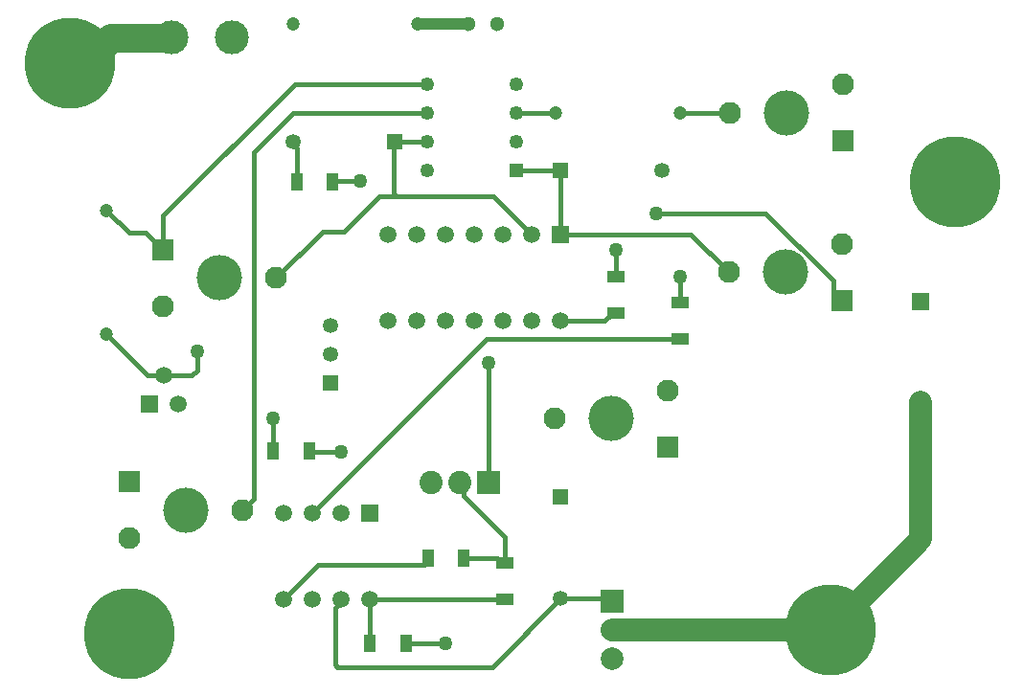
<source format=gbr>
%TF.GenerationSoftware,Altium Limited,Altium Designer,25.1.2 (22)*%
G04 Layer_Physical_Order=1*
G04 Layer_Color=255*
%FSLAX25Y25*%
%MOIN*%
%TF.SameCoordinates,C6B27E67-7A8A-4C38-9DB9-D7D7B609FA95*%
%TF.FilePolarity,Positive*%
%TF.FileFunction,Copper,L1,Top,Signal*%
%TF.Part,Single*%
G01*
G75*
%TA.AperFunction,SMDPad,CuDef*%
%ADD10R,0.05906X0.03937*%
%ADD11R,0.03937X0.05906*%
%TA.AperFunction,Conductor*%
%ADD12C,0.03937*%
%ADD13C,0.10000*%
%ADD14C,0.01500*%
%ADD15C,0.07874*%
%TA.AperFunction,ComponentPad*%
%ADD16C,0.11811*%
%ADD17C,0.05118*%
%ADD18C,0.04724*%
%ADD19R,0.04921X0.04921*%
%ADD20C,0.04921*%
%ADD21R,0.05906X0.05906*%
%ADD22C,0.05906*%
%ADD23R,0.08071X0.08071*%
%ADD24C,0.08071*%
%ADD25C,0.05315*%
%ADD26R,0.05315X0.05315*%
%ADD27R,0.07874X0.07874*%
%ADD28C,0.07874*%
%ADD29C,0.15748*%
%ADD30C,0.07677*%
%ADD31R,0.07677X0.07677*%
%ADD32C,0.05900*%
%ADD33R,0.05900X0.05900*%
%ADD34R,0.06102X0.06102*%
%ADD35C,0.06102*%
%ADD36R,0.05315X0.05315*%
%TA.AperFunction,ViaPad*%
%ADD37C,0.31496*%
%ADD38C,0.05000*%
D10*
X240945Y47638D02*
D03*
Y60236D02*
D03*
X301969Y138189D02*
D03*
Y150787D02*
D03*
X279528Y147244D02*
D03*
Y159843D02*
D03*
D11*
X214173Y61811D02*
D03*
X226772D02*
D03*
X206693Y32283D02*
D03*
X194095D02*
D03*
X172835Y99213D02*
D03*
X160236D02*
D03*
X181102Y192913D02*
D03*
X168504D02*
D03*
D12*
X210630Y248031D02*
X228189D01*
D13*
X124853Y242963D02*
X125000Y243110D01*
X104095Y242963D02*
X124853D01*
X95384Y234252D02*
X104095Y242963D01*
X89567Y234252D02*
X95384D01*
D14*
X161417Y159449D02*
X177600Y175632D01*
X185081D01*
X116142Y175197D02*
X122047Y169291D01*
X110236Y175197D02*
X116142D01*
X122047Y169291D02*
Y181102D01*
X167945Y227000D02*
X213894D01*
X122047Y181102D02*
X167945Y227000D01*
X226598Y83441D02*
Y86922D01*
X225394Y88126D02*
X226598Y86922D01*
Y83441D02*
X240945Y69095D01*
Y60236D02*
Y69095D01*
X102362Y183071D02*
X110236Y175197D01*
X149606Y78740D02*
X153543Y82677D01*
Y203150D01*
X167394Y217000D01*
X133858Y127402D02*
Y133858D01*
X122394Y125500D02*
X131956D01*
X133858Y127402D01*
X116626Y125500D02*
X122394D01*
X102362Y139764D02*
X116626Y125500D01*
X355179Y154663D02*
X358268Y151575D01*
X355179Y154663D02*
Y158431D01*
X331721Y181890D02*
X355179Y158431D01*
X293701Y181890D02*
X331721D01*
X181496Y193307D02*
X190551D01*
X181102Y192913D02*
X181496Y193307D01*
X167177Y205968D02*
Y207000D01*
Y205968D02*
X168504Y204641D01*
Y192913D02*
Y204641D01*
X167394Y217000D02*
X213894D01*
X173228Y98819D02*
X183858D01*
X172835Y99213D02*
X173228Y98819D01*
X160236Y99213D02*
Y110630D01*
X301969Y150787D02*
Y159843D01*
X234583Y138189D02*
X301969D01*
X173894Y77500D02*
X234583Y138189D01*
X235394Y88126D02*
Y130000D01*
X305815Y174500D02*
X318898Y161417D01*
X260394Y174500D02*
X305815D01*
X279528Y159843D02*
Y169291D01*
X278543Y147244D02*
X279528D01*
X275799Y144500D02*
X278543Y147244D01*
X260394Y144500D02*
X275799D01*
X163894Y47500D02*
X176002Y59608D01*
X212955D01*
X214173Y60827D01*
Y61811D01*
X239961Y60236D02*
X240945D01*
X238386Y61811D02*
X239961Y60236D01*
X226772Y61811D02*
X238386D01*
X240876Y47569D02*
X240945Y47638D01*
X193963Y47569D02*
X240876D01*
X206693Y32283D02*
X220472D01*
X193994Y32384D02*
X194095Y32283D01*
X193994Y32384D02*
Y47400D01*
X193894Y47500D02*
X193994Y47400D01*
X193894Y47500D02*
X193963Y47569D01*
X197449Y188000D02*
X203272D01*
X185081Y175632D02*
X197449Y188000D01*
X260394Y144500D02*
X261586D01*
X181910Y24894D02*
X182788Y24016D01*
X181910Y24894D02*
Y44419D01*
X236626Y24016D02*
X260394Y47783D01*
X182788Y24016D02*
X236626D01*
X181910Y44419D02*
X183894Y46403D01*
Y47500D01*
X202394Y188879D02*
X203272Y188000D01*
X236894D01*
X202394Y188879D02*
Y206784D01*
X202610Y207000D01*
X277610Y47783D02*
X278394Y47000D01*
X260394Y47783D02*
X277610D01*
X245153Y217000D02*
X258740D01*
X302047D02*
X319209D01*
X236894Y188000D02*
X250394Y174500D01*
X260177Y197000D02*
X260394Y196783D01*
Y174500D02*
Y196783D01*
X202610Y207000D02*
X213894D01*
X245153Y197000D02*
X260177D01*
D15*
X385827Y68496D02*
Y116378D01*
X354331Y37000D02*
X385827Y68496D01*
X351961Y37000D02*
X353146Y38185D01*
X278394Y37000D02*
X351961D01*
D16*
X125000Y243110D02*
D03*
X145866D02*
D03*
D17*
X238189Y248031D02*
D03*
X228189D02*
D03*
D18*
X167323D02*
D03*
X210630D02*
D03*
X102362Y183071D02*
D03*
Y139764D02*
D03*
X258740Y217000D02*
D03*
X302047D02*
D03*
D19*
X245153Y197000D02*
D03*
D20*
Y207000D02*
D03*
Y217000D02*
D03*
Y227000D02*
D03*
X213894D02*
D03*
Y217000D02*
D03*
Y207000D02*
D03*
Y197000D02*
D03*
D21*
X260394Y174500D02*
D03*
X193894Y77500D02*
D03*
D22*
X250394Y174500D02*
D03*
X240394D02*
D03*
X230394D02*
D03*
X220394D02*
D03*
X210394D02*
D03*
X200394D02*
D03*
X260394Y144500D02*
D03*
X250394D02*
D03*
X240394D02*
D03*
X230394D02*
D03*
X220394D02*
D03*
X210394D02*
D03*
X200394D02*
D03*
X163894Y47500D02*
D03*
X173894D02*
D03*
X183894D02*
D03*
X193894D02*
D03*
X163894Y77500D02*
D03*
X173894D02*
D03*
X183894D02*
D03*
D23*
X235394Y88126D02*
D03*
D24*
X225394D02*
D03*
X215394D02*
D03*
D25*
X260394Y47783D02*
D03*
X180394Y143000D02*
D03*
Y133000D02*
D03*
X295610Y197000D02*
D03*
X167177Y207000D02*
D03*
D26*
X260394Y83217D02*
D03*
X180394Y123000D02*
D03*
D27*
X278394Y47000D02*
D03*
D28*
Y37000D02*
D03*
Y27000D02*
D03*
D29*
X141732Y159449D02*
D03*
X129921Y78740D02*
D03*
X277894Y110500D02*
D03*
X338583Y161417D02*
D03*
X338894Y217000D02*
D03*
D30*
X122047Y149606D02*
D03*
X161417Y159449D02*
D03*
X110236Y68898D02*
D03*
X149606Y78740D02*
D03*
X258209Y110500D02*
D03*
X297579Y120343D02*
D03*
X358268Y171260D02*
D03*
X318898Y161417D02*
D03*
X358579Y226842D02*
D03*
X319209Y217000D02*
D03*
D31*
X122047Y169291D02*
D03*
X110236Y88583D02*
D03*
X297579Y100657D02*
D03*
X358268Y151575D02*
D03*
X358579Y207157D02*
D03*
D32*
X127394Y115500D02*
D03*
X122394Y125500D02*
D03*
D33*
X117394Y115500D02*
D03*
D34*
X385827Y151339D02*
D03*
D35*
Y116378D02*
D03*
D36*
X260177Y197000D02*
D03*
X202610Y207000D02*
D03*
D37*
X89567Y234252D02*
D03*
X354331Y37000D02*
D03*
X110236Y35433D02*
D03*
X397638Y192913D02*
D03*
D38*
X133858Y133858D02*
D03*
X293701Y181890D02*
D03*
X190551Y193307D02*
D03*
X183858Y98819D02*
D03*
X160236Y110630D02*
D03*
X301969Y159843D02*
D03*
X235394Y130000D02*
D03*
X279528Y169291D02*
D03*
X220472Y32283D02*
D03*
%TF.MD5,ddec83f36b1dafad5ee25b25095343b6*%
M02*

</source>
